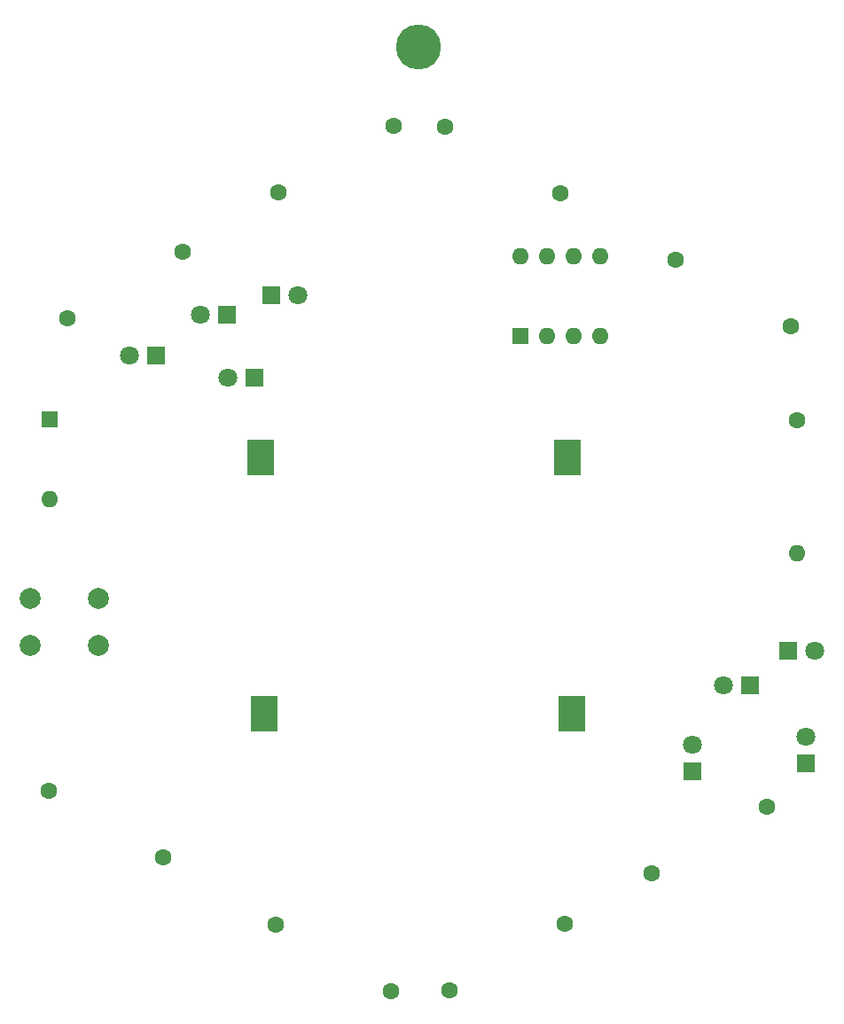
<source format=gbs>
G04 #@! TF.GenerationSoftware,KiCad,Pcbnew,7.0.7*
G04 #@! TF.CreationDate,2023-12-08T11:24:34-06:00*
G04 #@! TF.ProjectId,airplane-keychain,61697270-6c61-46e6-952d-6b6579636861,1*
G04 #@! TF.SameCoordinates,Original*
G04 #@! TF.FileFunction,Soldermask,Bot*
G04 #@! TF.FilePolarity,Negative*
%FSLAX46Y46*%
G04 Gerber Fmt 4.6, Leading zero omitted, Abs format (unit mm)*
G04 Created by KiCad (PCBNEW 7.0.7) date 2023-12-08 11:24:34*
%MOMM*%
%LPD*%
G01*
G04 APERTURE LIST*
G04 Aperture macros list*
%AMHorizOval*
0 Thick line with rounded ends*
0 $1 width*
0 $2 $3 position (X,Y) of the first rounded end (center of the circle)*
0 $4 $5 position (X,Y) of the second rounded end (center of the circle)*
0 Add line between two ends*
20,1,$1,$2,$3,$4,$5,0*
0 Add two circle primitives to create the rounded ends*
1,1,$1,$2,$3*
1,1,$1,$4,$5*%
G04 Aperture macros list end*
%ADD10C,4.300000*%
%ADD11R,1.800000X1.800000*%
%ADD12C,1.800000*%
%ADD13C,1.600000*%
%ADD14HorizOval,1.600000X0.000000X0.000000X0.000000X0.000000X0*%
%ADD15HorizOval,1.600000X0.000000X0.000000X0.000000X0.000000X0*%
%ADD16O,1.600000X1.600000*%
%ADD17HorizOval,1.600000X0.000000X0.000000X0.000000X0.000000X0*%
%ADD18C,2.000000*%
%ADD19R,1.600000X1.600000*%
%ADD20HorizOval,1.600000X0.000000X0.000000X0.000000X0.000000X0*%
%ADD21R,2.540000X3.510000*%
G04 APERTURE END LIST*
D10*
X130800000Y-46600000D03*
D11*
X167800000Y-115000000D03*
D12*
X167800000Y-112460000D03*
D11*
X112550000Y-72200000D03*
D12*
X110010000Y-72200000D03*
D11*
X115200000Y-78200000D03*
D12*
X112660000Y-78200000D03*
D11*
X105800000Y-76100000D03*
D12*
X103260000Y-76100000D03*
D13*
X155401477Y-66950000D03*
D14*
X166400000Y-73300000D03*
D13*
X108299261Y-66225000D03*
D15*
X97300738Y-72575000D03*
D13*
X128500000Y-54200000D03*
D15*
X117501477Y-60550000D03*
D13*
X167000000Y-82300000D03*
D16*
X167000000Y-95000000D03*
D13*
X153100000Y-125500000D03*
D17*
X164098523Y-119150000D03*
D13*
X133401477Y-54250000D03*
D14*
X144400000Y-60600000D03*
D18*
X100300000Y-103800000D03*
X93800000Y-103800000D03*
X100300000Y-99300000D03*
X93800000Y-99300000D03*
D19*
X95600000Y-82180000D03*
D16*
X95600000Y-89800000D03*
D11*
X116800000Y-70300000D03*
D12*
X119340000Y-70300000D03*
D11*
X162500000Y-107600000D03*
D12*
X159960000Y-107600000D03*
D11*
X157000000Y-115840000D03*
D12*
X157000000Y-113300000D03*
D11*
X166160000Y-104300000D03*
D12*
X168700000Y-104300000D03*
D13*
X106498523Y-124050000D03*
D20*
X95500000Y-117700000D03*
D13*
X117201477Y-130450000D03*
D14*
X128200000Y-136800000D03*
D13*
X133800739Y-136675000D03*
D17*
X144799262Y-130325000D03*
D19*
X140580000Y-74200000D03*
D16*
X143120000Y-74200000D03*
X145660000Y-74200000D03*
X148200000Y-74200000D03*
X148200000Y-66580000D03*
X145660000Y-66580000D03*
X143120000Y-66580000D03*
X140580000Y-66580000D03*
D21*
X145100000Y-85800000D03*
X115740000Y-85800000D03*
X145500000Y-110300000D03*
X116140000Y-110300000D03*
M02*

</source>
